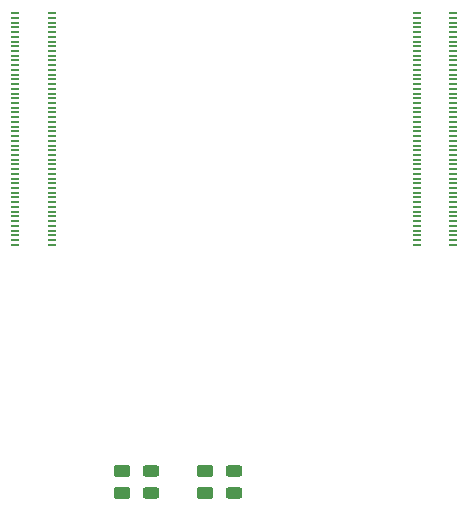
<source format=gbr>
%TF.GenerationSoftware,KiCad,Pcbnew,9.0.3*%
%TF.CreationDate,2025-07-26T14:09:02-04:00*%
%TF.ProjectId,Avionics,4176696f-6e69-4637-932e-6b696361645f,V0.8*%
%TF.SameCoordinates,Original*%
%TF.FileFunction,Paste,Top*%
%TF.FilePolarity,Positive*%
%FSLAX46Y46*%
G04 Gerber Fmt 4.6, Leading zero omitted, Abs format (unit mm)*
G04 Created by KiCad (PCBNEW 9.0.3) date 2025-07-26 14:09:02*
%MOMM*%
%LPD*%
G01*
G04 APERTURE LIST*
G04 Aperture macros list*
%AMRoundRect*
0 Rectangle with rounded corners*
0 $1 Rounding radius*
0 $2 $3 $4 $5 $6 $7 $8 $9 X,Y pos of 4 corners*
0 Add a 4 corners polygon primitive as box body*
4,1,4,$2,$3,$4,$5,$6,$7,$8,$9,$2,$3,0*
0 Add four circle primitives for the rounded corners*
1,1,$1+$1,$2,$3*
1,1,$1+$1,$4,$5*
1,1,$1+$1,$6,$7*
1,1,$1+$1,$8,$9*
0 Add four rect primitives between the rounded corners*
20,1,$1+$1,$2,$3,$4,$5,0*
20,1,$1+$1,$4,$5,$6,$7,0*
20,1,$1+$1,$6,$7,$8,$9,0*
20,1,$1+$1,$8,$9,$2,$3,0*%
G04 Aperture macros list end*
%ADD10RoundRect,0.243750X0.456250X-0.243750X0.456250X0.243750X-0.456250X0.243750X-0.456250X-0.243750X0*%
%ADD11RoundRect,0.250000X0.450000X-0.262500X0.450000X0.262500X-0.450000X0.262500X-0.450000X-0.262500X0*%
%ADD12R,0.700000X0.200000*%
G04 APERTURE END LIST*
D10*
%TO.C,D1*%
X78250000Y-126880000D03*
X78250000Y-125005000D03*
%TD*%
D11*
%TO.C,R6*%
X68750000Y-126875000D03*
X68750000Y-125050000D03*
%TD*%
D10*
%TO.C,D2*%
X71250000Y-126880000D03*
X71250000Y-125005000D03*
%TD*%
D12*
%TO.C,Module1*%
X59720000Y-86275000D03*
X62800000Y-86275000D03*
X59720000Y-86675000D03*
X62800000Y-86675000D03*
X59720000Y-87075000D03*
X62800000Y-87075000D03*
X59720000Y-87475000D03*
X62800000Y-87475000D03*
X59720000Y-87875000D03*
X62800000Y-87875000D03*
X59720000Y-88275000D03*
X62800000Y-88275000D03*
X59720000Y-88675000D03*
X62800000Y-88675000D03*
X59720000Y-89075000D03*
X62800000Y-89075000D03*
X59720000Y-89475000D03*
X62800000Y-89475000D03*
X59720000Y-89875000D03*
X62800000Y-89875000D03*
X59720000Y-90275000D03*
X62800000Y-90275000D03*
X59720000Y-90675000D03*
X62800000Y-90675000D03*
X59720000Y-91075000D03*
X62800000Y-91075000D03*
X59720000Y-91475000D03*
X62800000Y-91475000D03*
X59720000Y-91875000D03*
X62800000Y-91875000D03*
X59720000Y-92275000D03*
X62800000Y-92275000D03*
X59720000Y-92675000D03*
X62800000Y-92675000D03*
X59720000Y-93075000D03*
X62800000Y-93075000D03*
X59720000Y-93475000D03*
X62800000Y-93475000D03*
X59720000Y-93875000D03*
X62800000Y-93875000D03*
X59720000Y-94275000D03*
X62800000Y-94275000D03*
X59720000Y-94675000D03*
X62800000Y-94675000D03*
X59720000Y-95075000D03*
X62800000Y-95075000D03*
X59720000Y-95475000D03*
X62800000Y-95475000D03*
X59720000Y-95875000D03*
X62800000Y-95875000D03*
X59720000Y-96275000D03*
X62800000Y-96275000D03*
X59720000Y-96675000D03*
X62800000Y-96675000D03*
X59720000Y-97075000D03*
X62800000Y-97075000D03*
X59720000Y-97475000D03*
X62800000Y-97475000D03*
X59720000Y-97875000D03*
X62800000Y-97875000D03*
X59720000Y-98275000D03*
X62800000Y-98275000D03*
X59720000Y-98675000D03*
X62800000Y-98675000D03*
X59720000Y-99075000D03*
X62800000Y-99075000D03*
X59720000Y-99475000D03*
X62800000Y-99475000D03*
X59720000Y-99875000D03*
X62800000Y-99875000D03*
X59720000Y-100275000D03*
X62800000Y-100275000D03*
X59720000Y-100675000D03*
X62800000Y-100675000D03*
X59720000Y-101075000D03*
X62800000Y-101075000D03*
X59720000Y-101475000D03*
X62800000Y-101475000D03*
X59720000Y-101875000D03*
X62800000Y-101875000D03*
X59720000Y-102275000D03*
X62800000Y-102275000D03*
X59720000Y-102675000D03*
X62800000Y-102675000D03*
X59720000Y-103075000D03*
X62800000Y-103075000D03*
X59720000Y-103475000D03*
X62800000Y-103475000D03*
X59720000Y-103875000D03*
X62800000Y-103875000D03*
X59720000Y-104275000D03*
X62800000Y-104275000D03*
X59720000Y-104675000D03*
X62800000Y-104675000D03*
X59720000Y-105075000D03*
X62800000Y-105075000D03*
X59720000Y-105475000D03*
X62800000Y-105475000D03*
X59720000Y-105875000D03*
X62800000Y-105875000D03*
X93720000Y-86275000D03*
X96800000Y-86275000D03*
X93720000Y-86675000D03*
X96800000Y-86675000D03*
X93720000Y-87075000D03*
X96800000Y-87075000D03*
X93720000Y-87475000D03*
X96800000Y-87475000D03*
X93720000Y-87875000D03*
X96800000Y-87875000D03*
X93720000Y-88275000D03*
X96800000Y-88275000D03*
X93720000Y-88675000D03*
X96800000Y-88675000D03*
X93720000Y-89075000D03*
X96800000Y-89075000D03*
X93720000Y-89475000D03*
X96800000Y-89475000D03*
X93720000Y-89875000D03*
X96800000Y-89875000D03*
X93720000Y-90275000D03*
X96800000Y-90275000D03*
X93720000Y-90675000D03*
X96800000Y-90675000D03*
X93720000Y-91075000D03*
X96800000Y-91075000D03*
X93720000Y-91475000D03*
X96800000Y-91475000D03*
X93720000Y-91875000D03*
X96800000Y-91875000D03*
X93720000Y-92275000D03*
X96800000Y-92275000D03*
X93720000Y-92675000D03*
X96800000Y-92675000D03*
X93720000Y-93075000D03*
X96800000Y-93075000D03*
X93720000Y-93475000D03*
X96800000Y-93475000D03*
X93720000Y-93875000D03*
X96800000Y-93875000D03*
X93720000Y-94275000D03*
X96800000Y-94275000D03*
X93720000Y-94675000D03*
X96800000Y-94675000D03*
X93720000Y-95075000D03*
X96800000Y-95075000D03*
X93720000Y-95475000D03*
X96800000Y-95475000D03*
X93720000Y-95875000D03*
X96800000Y-95875000D03*
X93720000Y-96275000D03*
X96800000Y-96275000D03*
X93720000Y-96675000D03*
X96800000Y-96675000D03*
X93720000Y-97075000D03*
X96800000Y-97075000D03*
X93720000Y-97475000D03*
X96800000Y-97475000D03*
X93720000Y-97875000D03*
X96800000Y-97875000D03*
X93720000Y-98275000D03*
X96800000Y-98275000D03*
X93720000Y-98675000D03*
X96800000Y-98675000D03*
X93720000Y-99075000D03*
X96800000Y-99075000D03*
X93720000Y-99475000D03*
X96800000Y-99475000D03*
X93720000Y-99875000D03*
X96800000Y-99875000D03*
X93720000Y-100275000D03*
X96800000Y-100275000D03*
X93720000Y-100675000D03*
X96800000Y-100675000D03*
X93720000Y-101075000D03*
X96800000Y-101075000D03*
X93720000Y-101475000D03*
X96800000Y-101475000D03*
X93720000Y-101875000D03*
X96800000Y-101875000D03*
X93720000Y-102275000D03*
X96800000Y-102275000D03*
X93720000Y-102675000D03*
X96800000Y-102675000D03*
X93720000Y-103075000D03*
X96800000Y-103075000D03*
X93720000Y-103475000D03*
X96800000Y-103475000D03*
X93720000Y-103875000D03*
X96800000Y-103875000D03*
X93720000Y-104275000D03*
X96800000Y-104275000D03*
X93720000Y-104675000D03*
X96800000Y-104675000D03*
X93720000Y-105075000D03*
X96800000Y-105075000D03*
X93720000Y-105475000D03*
X96800000Y-105475000D03*
X93720000Y-105875000D03*
X96800000Y-105875000D03*
%TD*%
D11*
%TO.C,R5*%
X75750000Y-126875000D03*
X75750000Y-125050000D03*
%TD*%
M02*

</source>
